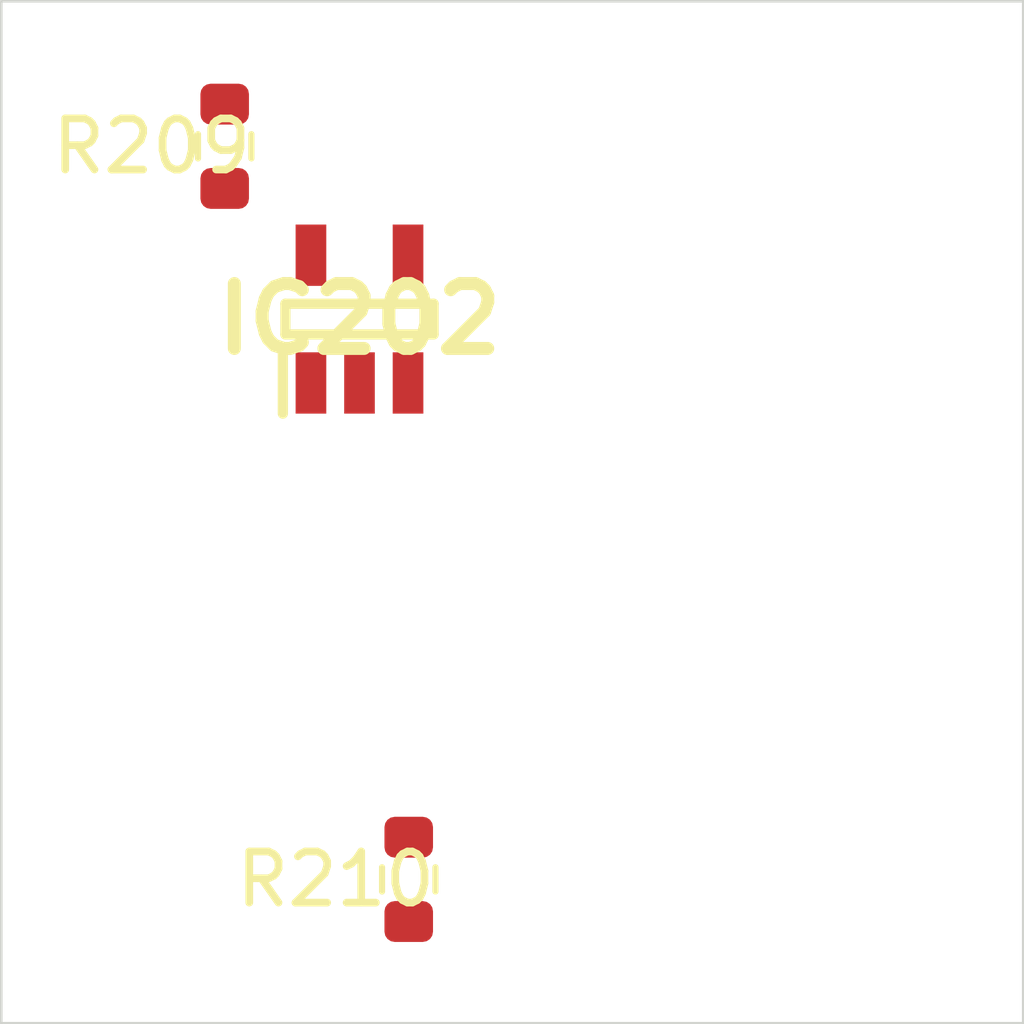
<source format=kicad_pcb>
 ( kicad_pcb  ( version 20171130 )
 ( host pcbnew 5.1.12-84ad8e8a86~92~ubuntu18.04.1 )
 ( general  ( thickness 1.6 )
 ( drawings 4 )
 ( tracks 0 )
 ( zones 0 )
 ( modules 3 )
 ( nets 5 )
)
 ( page A4 )
 ( layers  ( 0 F.Cu signal )
 ( 31 B.Cu signal )
 ( 32 B.Adhes user )
 ( 33 F.Adhes user )
 ( 34 B.Paste user )
 ( 35 F.Paste user )
 ( 36 B.SilkS user )
 ( 37 F.SilkS user )
 ( 38 B.Mask user )
 ( 39 F.Mask user )
 ( 40 Dwgs.User user )
 ( 41 Cmts.User user )
 ( 42 Eco1.User user )
 ( 43 Eco2.User user )
 ( 44 Edge.Cuts user )
 ( 45 Margin user )
 ( 46 B.CrtYd user )
 ( 47 F.CrtYd user )
 ( 48 B.Fab user )
 ( 49 F.Fab user )
)
 ( setup  ( last_trace_width 0.25 )
 ( trace_clearance 0.2 )
 ( zone_clearance 0.508 )
 ( zone_45_only no )
 ( trace_min 0.2 )
 ( via_size 0.8 )
 ( via_drill 0.4 )
 ( via_min_size 0.4 )
 ( via_min_drill 0.3 )
 ( uvia_size 0.3 )
 ( uvia_drill 0.1 )
 ( uvias_allowed no )
 ( uvia_min_size 0.2 )
 ( uvia_min_drill 0.1 )
 ( edge_width 0.05 )
 ( segment_width 0.2 )
 ( pcb_text_width 0.3 )
 ( pcb_text_size 1.5 1.5 )
 ( mod_edge_width 0.12 )
 ( mod_text_size 1 1 )
 ( mod_text_width 0.15 )
 ( pad_size 1.524 1.524 )
 ( pad_drill 0.762 )
 ( pad_to_mask_clearance 0 )
 ( aux_axis_origin 0 0 )
 ( visible_elements FFFFFF7F )
 ( pcbplotparams  ( layerselection 0x010fc_ffffffff )
 ( usegerberextensions false )
 ( usegerberattributes true )
 ( usegerberadvancedattributes true )
 ( creategerberjobfile true )
 ( excludeedgelayer true )
 ( linewidth 0.100000 )
 ( plotframeref false )
 ( viasonmask false )
 ( mode 1 )
 ( useauxorigin false )
 ( hpglpennumber 1 )
 ( hpglpenspeed 20 )
 ( hpglpendiameter 15.000000 )
 ( psnegative false )
 ( psa4output false )
 ( plotreference true )
 ( plotvalue true )
 ( plotinvisibletext false )
 ( padsonsilk false )
 ( subtractmaskfromsilk false )
 ( outputformat 1 )
 ( mirror false )
 ( drillshape 1 )
 ( scaleselection 1 )
 ( outputdirectory "" )
)
)
 ( net 0 "" )
 ( net 1 GND )
 ( net 2 VDDA )
 ( net 3 /Sheet6235D886/vp )
 ( net 4 "Net-(IC202-Pad3)" )
 ( net_class Default "This is the default net class."  ( clearance 0.2 )
 ( trace_width 0.25 )
 ( via_dia 0.8 )
 ( via_drill 0.4 )
 ( uvia_dia 0.3 )
 ( uvia_drill 0.1 )
 ( add_net /Sheet6235D886/vp )
 ( add_net GND )
 ( add_net "Net-(IC202-Pad3)" )
 ( add_net VDDA )
)
 ( module SOT95P280X145-5N locked  ( layer F.Cu )
 ( tedit 62336ED7 )
 ( tstamp 623423ED )
 ( at 87.010600 106.220000 90.000000 )
 ( descr DBV0005A )
 ( tags "Integrated Circuit" )
 ( path /6235D887/6266C08E )
 ( attr smd )
 ( fp_text reference IC202  ( at 0 0 )
 ( layer F.SilkS )
 ( effects  ( font  ( size 1.27 1.27 )
 ( thickness 0.254 )
)
)
)
 ( fp_text value TL071HIDBVR  ( at 0 0 )
 ( layer F.SilkS )
hide  ( effects  ( font  ( size 1.27 1.27 )
 ( thickness 0.254 )
)
)
)
 ( fp_line  ( start -1.85 -1.5 )
 ( end -0.65 -1.5 )
 ( layer F.SilkS )
 ( width 0.2 )
)
 ( fp_line  ( start -0.3 1.45 )
 ( end -0.3 -1.45 )
 ( layer F.SilkS )
 ( width 0.2 )
)
 ( fp_line  ( start 0.3 1.45 )
 ( end -0.3 1.45 )
 ( layer F.SilkS )
 ( width 0.2 )
)
 ( fp_line  ( start 0.3 -1.45 )
 ( end 0.3 1.45 )
 ( layer F.SilkS )
 ( width 0.2 )
)
 ( fp_line  ( start -0.3 -1.45 )
 ( end 0.3 -1.45 )
 ( layer F.SilkS )
 ( width 0.2 )
)
 ( fp_line  ( start -0.8 -0.5 )
 ( end 0.15 -1.45 )
 ( layer Dwgs.User )
 ( width 0.1 )
)
 ( fp_line  ( start -0.8 1.45 )
 ( end -0.8 -1.45 )
 ( layer Dwgs.User )
 ( width 0.1 )
)
 ( fp_line  ( start 0.8 1.45 )
 ( end -0.8 1.45 )
 ( layer Dwgs.User )
 ( width 0.1 )
)
 ( fp_line  ( start 0.8 -1.45 )
 ( end 0.8 1.45 )
 ( layer Dwgs.User )
 ( width 0.1 )
)
 ( fp_line  ( start -0.8 -1.45 )
 ( end 0.8 -1.45 )
 ( layer Dwgs.User )
 ( width 0.1 )
)
 ( fp_line  ( start -2.1 1.775 )
 ( end -2.1 -1.775 )
 ( layer Dwgs.User )
 ( width 0.05 )
)
 ( fp_line  ( start 2.1 1.775 )
 ( end -2.1 1.775 )
 ( layer Dwgs.User )
 ( width 0.05 )
)
 ( fp_line  ( start 2.1 -1.775 )
 ( end 2.1 1.775 )
 ( layer Dwgs.User )
 ( width 0.05 )
)
 ( fp_line  ( start -2.1 -1.775 )
 ( end 2.1 -1.775 )
 ( layer Dwgs.User )
 ( width 0.05 )
)
 ( pad 1 smd rect  ( at -1.25 -0.95 180.000000 )
 ( size 0.6 1.2 )
 ( layers F.Cu F.Mask F.Paste )
 ( net 3 /Sheet6235D886/vp )
)
 ( pad 2 smd rect  ( at -1.25 0 180.000000 )
 ( size 0.6 1.2 )
 ( layers F.Cu F.Mask F.Paste )
 ( net 1 GND )
)
 ( pad 3 smd rect  ( at -1.25 0.95 180.000000 )
 ( size 0.6 1.2 )
 ( layers F.Cu F.Mask F.Paste )
 ( net 4 "Net-(IC202-Pad3)" )
)
 ( pad 4 smd rect  ( at 1.25 0.95 180.000000 )
 ( size 0.6 1.2 )
 ( layers F.Cu F.Mask F.Paste )
 ( net 3 /Sheet6235D886/vp )
)
 ( pad 5 smd rect  ( at 1.25 -0.95 180.000000 )
 ( size 0.6 1.2 )
 ( layers F.Cu F.Mask F.Paste )
 ( net 2 VDDA )
)
)
 ( module Resistor_SMD:R_0603_1608Metric  ( layer F.Cu )
 ( tedit 5F68FEEE )
 ( tstamp 62342595 )
 ( at 84.372400 102.838000 90.000000 )
 ( descr "Resistor SMD 0603 (1608 Metric), square (rectangular) end terminal, IPC_7351 nominal, (Body size source: IPC-SM-782 page 72, https://www.pcb-3d.com/wordpress/wp-content/uploads/ipc-sm-782a_amendment_1_and_2.pdf), generated with kicad-footprint-generator" )
 ( tags resistor )
 ( path /6235D887/623CDBD9 )
 ( attr smd )
 ( fp_text reference R209  ( at 0 -1.43 )
 ( layer F.SilkS )
 ( effects  ( font  ( size 1 1 )
 ( thickness 0.15 )
)
)
)
 ( fp_text value 100k  ( at 0 1.43 )
 ( layer F.Fab )
 ( effects  ( font  ( size 1 1 )
 ( thickness 0.15 )
)
)
)
 ( fp_line  ( start -0.8 0.4125 )
 ( end -0.8 -0.4125 )
 ( layer F.Fab )
 ( width 0.1 )
)
 ( fp_line  ( start -0.8 -0.4125 )
 ( end 0.8 -0.4125 )
 ( layer F.Fab )
 ( width 0.1 )
)
 ( fp_line  ( start 0.8 -0.4125 )
 ( end 0.8 0.4125 )
 ( layer F.Fab )
 ( width 0.1 )
)
 ( fp_line  ( start 0.8 0.4125 )
 ( end -0.8 0.4125 )
 ( layer F.Fab )
 ( width 0.1 )
)
 ( fp_line  ( start -0.237258 -0.5225 )
 ( end 0.237258 -0.5225 )
 ( layer F.SilkS )
 ( width 0.12 )
)
 ( fp_line  ( start -0.237258 0.5225 )
 ( end 0.237258 0.5225 )
 ( layer F.SilkS )
 ( width 0.12 )
)
 ( fp_line  ( start -1.48 0.73 )
 ( end -1.48 -0.73 )
 ( layer F.CrtYd )
 ( width 0.05 )
)
 ( fp_line  ( start -1.48 -0.73 )
 ( end 1.48 -0.73 )
 ( layer F.CrtYd )
 ( width 0.05 )
)
 ( fp_line  ( start 1.48 -0.73 )
 ( end 1.48 0.73 )
 ( layer F.CrtYd )
 ( width 0.05 )
)
 ( fp_line  ( start 1.48 0.73 )
 ( end -1.48 0.73 )
 ( layer F.CrtYd )
 ( width 0.05 )
)
 ( fp_text user %R  ( at 0 0 )
 ( layer F.Fab )
 ( effects  ( font  ( size 0.4 0.4 )
 ( thickness 0.06 )
)
)
)
 ( pad 1 smd roundrect  ( at -0.825 0 90.000000 )
 ( size 0.8 0.95 )
 ( layers F.Cu F.Mask F.Paste )
 ( roundrect_rratio 0.25 )
 ( net 2 VDDA )
)
 ( pad 2 smd roundrect  ( at 0.825 0 90.000000 )
 ( size 0.8 0.95 )
 ( layers F.Cu F.Mask F.Paste )
 ( roundrect_rratio 0.25 )
 ( net 4 "Net-(IC202-Pad3)" )
)
 ( model ${KISYS3DMOD}/Resistor_SMD.3dshapes/R_0603_1608Metric.wrl  ( at  ( xyz 0 0 0 )
)
 ( scale  ( xyz 1 1 1 )
)
 ( rotate  ( xyz 0 0 0 )
)
)
)
 ( module Resistor_SMD:R_0603_1608Metric  ( layer F.Cu )
 ( tedit 5F68FEEE )
 ( tstamp 623425A6 )
 ( at 87.974400 117.185000 90.000000 )
 ( descr "Resistor SMD 0603 (1608 Metric), square (rectangular) end terminal, IPC_7351 nominal, (Body size source: IPC-SM-782 page 72, https://www.pcb-3d.com/wordpress/wp-content/uploads/ipc-sm-782a_amendment_1_and_2.pdf), generated with kicad-footprint-generator" )
 ( tags resistor )
 ( path /6235D887/623CDBDF )
 ( attr smd )
 ( fp_text reference R210  ( at 0 -1.43 )
 ( layer F.SilkS )
 ( effects  ( font  ( size 1 1 )
 ( thickness 0.15 )
)
)
)
 ( fp_text value 100k  ( at 0 1.43 )
 ( layer F.Fab )
 ( effects  ( font  ( size 1 1 )
 ( thickness 0.15 )
)
)
)
 ( fp_line  ( start 1.48 0.73 )
 ( end -1.48 0.73 )
 ( layer F.CrtYd )
 ( width 0.05 )
)
 ( fp_line  ( start 1.48 -0.73 )
 ( end 1.48 0.73 )
 ( layer F.CrtYd )
 ( width 0.05 )
)
 ( fp_line  ( start -1.48 -0.73 )
 ( end 1.48 -0.73 )
 ( layer F.CrtYd )
 ( width 0.05 )
)
 ( fp_line  ( start -1.48 0.73 )
 ( end -1.48 -0.73 )
 ( layer F.CrtYd )
 ( width 0.05 )
)
 ( fp_line  ( start -0.237258 0.5225 )
 ( end 0.237258 0.5225 )
 ( layer F.SilkS )
 ( width 0.12 )
)
 ( fp_line  ( start -0.237258 -0.5225 )
 ( end 0.237258 -0.5225 )
 ( layer F.SilkS )
 ( width 0.12 )
)
 ( fp_line  ( start 0.8 0.4125 )
 ( end -0.8 0.4125 )
 ( layer F.Fab )
 ( width 0.1 )
)
 ( fp_line  ( start 0.8 -0.4125 )
 ( end 0.8 0.4125 )
 ( layer F.Fab )
 ( width 0.1 )
)
 ( fp_line  ( start -0.8 -0.4125 )
 ( end 0.8 -0.4125 )
 ( layer F.Fab )
 ( width 0.1 )
)
 ( fp_line  ( start -0.8 0.4125 )
 ( end -0.8 -0.4125 )
 ( layer F.Fab )
 ( width 0.1 )
)
 ( fp_text user %R  ( at 0 0 )
 ( layer F.Fab )
 ( effects  ( font  ( size 0.4 0.4 )
 ( thickness 0.06 )
)
)
)
 ( pad 2 smd roundrect  ( at 0.825 0 90.000000 )
 ( size 0.8 0.95 )
 ( layers F.Cu F.Mask F.Paste )
 ( roundrect_rratio 0.25 )
 ( net 1 GND )
)
 ( pad 1 smd roundrect  ( at -0.825 0 90.000000 )
 ( size 0.8 0.95 )
 ( layers F.Cu F.Mask F.Paste )
 ( roundrect_rratio 0.25 )
 ( net 4 "Net-(IC202-Pad3)" )
)
 ( model ${KISYS3DMOD}/Resistor_SMD.3dshapes/R_0603_1608Metric.wrl  ( at  ( xyz 0 0 0 )
)
 ( scale  ( xyz 1 1 1 )
)
 ( rotate  ( xyz 0 0 0 )
)
)
)
 ( gr_line  ( start 100 100 )
 ( end 100 120 )
 ( layer Edge.Cuts )
 ( width 0.05 )
 ( tstamp 62E770C4 )
)
 ( gr_line  ( start 80 120 )
 ( end 100 120 )
 ( layer Edge.Cuts )
 ( width 0.05 )
 ( tstamp 62E770C0 )
)
 ( gr_line  ( start 80 100 )
 ( end 100 100 )
 ( layer Edge.Cuts )
 ( width 0.05 )
 ( tstamp 6234110C )
)
 ( gr_line  ( start 80 100 )
 ( end 80 120 )
 ( layer Edge.Cuts )
 ( width 0.05 )
)
)

</source>
